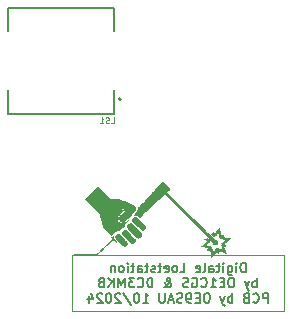
<source format=gbr>
%TF.GenerationSoftware,KiCad,Pcbnew,8.0.1*%
%TF.CreationDate,2024-10-14T21:16:12+02:00*%
%TF.ProjectId,SMD-Loetstation,534d442d-4c6f-4657-9473-746174696f6e,rev?*%
%TF.SameCoordinates,Original*%
%TF.FileFunction,Legend,Bot*%
%TF.FilePolarity,Positive*%
%FSLAX46Y46*%
G04 Gerber Fmt 4.6, Leading zero omitted, Abs format (unit mm)*
G04 Created by KiCad (PCBNEW 8.0.1) date 2024-10-14 21:16:12*
%MOMM*%
%LPD*%
G01*
G04 APERTURE LIST*
%ADD10C,0.200000*%
%ADD11C,0.100000*%
%ADD12C,0.125000*%
%ADD13C,0.000000*%
%ADD14C,0.127000*%
G04 APERTURE END LIST*
D10*
X147687586Y-107758695D02*
X147687586Y-106958695D01*
X147687586Y-106958695D02*
X147497110Y-106958695D01*
X147497110Y-106958695D02*
X147382824Y-106996790D01*
X147382824Y-106996790D02*
X147306634Y-107072980D01*
X147306634Y-107072980D02*
X147268539Y-107149171D01*
X147268539Y-107149171D02*
X147230443Y-107301552D01*
X147230443Y-107301552D02*
X147230443Y-107415838D01*
X147230443Y-107415838D02*
X147268539Y-107568219D01*
X147268539Y-107568219D02*
X147306634Y-107644409D01*
X147306634Y-107644409D02*
X147382824Y-107720600D01*
X147382824Y-107720600D02*
X147497110Y-107758695D01*
X147497110Y-107758695D02*
X147687586Y-107758695D01*
X146887586Y-107758695D02*
X146887586Y-107225361D01*
X146887586Y-106958695D02*
X146925682Y-106996790D01*
X146925682Y-106996790D02*
X146887586Y-107034885D01*
X146887586Y-107034885D02*
X146849491Y-106996790D01*
X146849491Y-106996790D02*
X146887586Y-106958695D01*
X146887586Y-106958695D02*
X146887586Y-107034885D01*
X146163777Y-107225361D02*
X146163777Y-107872980D01*
X146163777Y-107872980D02*
X146201872Y-107949171D01*
X146201872Y-107949171D02*
X146239968Y-107987266D01*
X146239968Y-107987266D02*
X146316158Y-108025361D01*
X146316158Y-108025361D02*
X146430444Y-108025361D01*
X146430444Y-108025361D02*
X146506634Y-107987266D01*
X146163777Y-107720600D02*
X146239968Y-107758695D01*
X146239968Y-107758695D02*
X146392349Y-107758695D01*
X146392349Y-107758695D02*
X146468539Y-107720600D01*
X146468539Y-107720600D02*
X146506634Y-107682504D01*
X146506634Y-107682504D02*
X146544730Y-107606314D01*
X146544730Y-107606314D02*
X146544730Y-107377742D01*
X146544730Y-107377742D02*
X146506634Y-107301552D01*
X146506634Y-107301552D02*
X146468539Y-107263457D01*
X146468539Y-107263457D02*
X146392349Y-107225361D01*
X146392349Y-107225361D02*
X146239968Y-107225361D01*
X146239968Y-107225361D02*
X146163777Y-107263457D01*
X145782824Y-107758695D02*
X145782824Y-107225361D01*
X145782824Y-106958695D02*
X145820920Y-106996790D01*
X145820920Y-106996790D02*
X145782824Y-107034885D01*
X145782824Y-107034885D02*
X145744729Y-106996790D01*
X145744729Y-106996790D02*
X145782824Y-106958695D01*
X145782824Y-106958695D02*
X145782824Y-107034885D01*
X145516158Y-107225361D02*
X145211396Y-107225361D01*
X145401872Y-106958695D02*
X145401872Y-107644409D01*
X145401872Y-107644409D02*
X145363777Y-107720600D01*
X145363777Y-107720600D02*
X145287587Y-107758695D01*
X145287587Y-107758695D02*
X145211396Y-107758695D01*
X144601872Y-107758695D02*
X144601872Y-107339647D01*
X144601872Y-107339647D02*
X144639967Y-107263457D01*
X144639967Y-107263457D02*
X144716158Y-107225361D01*
X144716158Y-107225361D02*
X144868539Y-107225361D01*
X144868539Y-107225361D02*
X144944729Y-107263457D01*
X144601872Y-107720600D02*
X144678063Y-107758695D01*
X144678063Y-107758695D02*
X144868539Y-107758695D01*
X144868539Y-107758695D02*
X144944729Y-107720600D01*
X144944729Y-107720600D02*
X144982825Y-107644409D01*
X144982825Y-107644409D02*
X144982825Y-107568219D01*
X144982825Y-107568219D02*
X144944729Y-107492028D01*
X144944729Y-107492028D02*
X144868539Y-107453933D01*
X144868539Y-107453933D02*
X144678063Y-107453933D01*
X144678063Y-107453933D02*
X144601872Y-107415838D01*
X144106634Y-107758695D02*
X144182824Y-107720600D01*
X144182824Y-107720600D02*
X144220919Y-107644409D01*
X144220919Y-107644409D02*
X144220919Y-106958695D01*
X143497109Y-107720600D02*
X143573300Y-107758695D01*
X143573300Y-107758695D02*
X143725681Y-107758695D01*
X143725681Y-107758695D02*
X143801871Y-107720600D01*
X143801871Y-107720600D02*
X143839967Y-107644409D01*
X143839967Y-107644409D02*
X143839967Y-107339647D01*
X143839967Y-107339647D02*
X143801871Y-107263457D01*
X143801871Y-107263457D02*
X143725681Y-107225361D01*
X143725681Y-107225361D02*
X143573300Y-107225361D01*
X143573300Y-107225361D02*
X143497109Y-107263457D01*
X143497109Y-107263457D02*
X143459014Y-107339647D01*
X143459014Y-107339647D02*
X143459014Y-107415838D01*
X143459014Y-107415838D02*
X143839967Y-107492028D01*
X142125681Y-107758695D02*
X142506633Y-107758695D01*
X142506633Y-107758695D02*
X142506633Y-106958695D01*
X141744729Y-107758695D02*
X141820919Y-107720600D01*
X141820919Y-107720600D02*
X141859014Y-107682504D01*
X141859014Y-107682504D02*
X141897110Y-107606314D01*
X141897110Y-107606314D02*
X141897110Y-107377742D01*
X141897110Y-107377742D02*
X141859014Y-107301552D01*
X141859014Y-107301552D02*
X141820919Y-107263457D01*
X141820919Y-107263457D02*
X141744729Y-107225361D01*
X141744729Y-107225361D02*
X141630443Y-107225361D01*
X141630443Y-107225361D02*
X141554252Y-107263457D01*
X141554252Y-107263457D02*
X141516157Y-107301552D01*
X141516157Y-107301552D02*
X141478062Y-107377742D01*
X141478062Y-107377742D02*
X141478062Y-107606314D01*
X141478062Y-107606314D02*
X141516157Y-107682504D01*
X141516157Y-107682504D02*
X141554252Y-107720600D01*
X141554252Y-107720600D02*
X141630443Y-107758695D01*
X141630443Y-107758695D02*
X141744729Y-107758695D01*
X140830442Y-107720600D02*
X140906633Y-107758695D01*
X140906633Y-107758695D02*
X141059014Y-107758695D01*
X141059014Y-107758695D02*
X141135204Y-107720600D01*
X141135204Y-107720600D02*
X141173300Y-107644409D01*
X141173300Y-107644409D02*
X141173300Y-107339647D01*
X141173300Y-107339647D02*
X141135204Y-107263457D01*
X141135204Y-107263457D02*
X141059014Y-107225361D01*
X141059014Y-107225361D02*
X140906633Y-107225361D01*
X140906633Y-107225361D02*
X140830442Y-107263457D01*
X140830442Y-107263457D02*
X140792347Y-107339647D01*
X140792347Y-107339647D02*
X140792347Y-107415838D01*
X140792347Y-107415838D02*
X141173300Y-107492028D01*
X140563776Y-107225361D02*
X140259014Y-107225361D01*
X140449490Y-106958695D02*
X140449490Y-107644409D01*
X140449490Y-107644409D02*
X140411395Y-107720600D01*
X140411395Y-107720600D02*
X140335205Y-107758695D01*
X140335205Y-107758695D02*
X140259014Y-107758695D01*
X140030443Y-107720600D02*
X139954252Y-107758695D01*
X139954252Y-107758695D02*
X139801871Y-107758695D01*
X139801871Y-107758695D02*
X139725681Y-107720600D01*
X139725681Y-107720600D02*
X139687585Y-107644409D01*
X139687585Y-107644409D02*
X139687585Y-107606314D01*
X139687585Y-107606314D02*
X139725681Y-107530123D01*
X139725681Y-107530123D02*
X139801871Y-107492028D01*
X139801871Y-107492028D02*
X139916157Y-107492028D01*
X139916157Y-107492028D02*
X139992347Y-107453933D01*
X139992347Y-107453933D02*
X140030443Y-107377742D01*
X140030443Y-107377742D02*
X140030443Y-107339647D01*
X140030443Y-107339647D02*
X139992347Y-107263457D01*
X139992347Y-107263457D02*
X139916157Y-107225361D01*
X139916157Y-107225361D02*
X139801871Y-107225361D01*
X139801871Y-107225361D02*
X139725681Y-107263457D01*
X139459014Y-107225361D02*
X139154252Y-107225361D01*
X139344728Y-106958695D02*
X139344728Y-107644409D01*
X139344728Y-107644409D02*
X139306633Y-107720600D01*
X139306633Y-107720600D02*
X139230443Y-107758695D01*
X139230443Y-107758695D02*
X139154252Y-107758695D01*
X138544728Y-107758695D02*
X138544728Y-107339647D01*
X138544728Y-107339647D02*
X138582823Y-107263457D01*
X138582823Y-107263457D02*
X138659014Y-107225361D01*
X138659014Y-107225361D02*
X138811395Y-107225361D01*
X138811395Y-107225361D02*
X138887585Y-107263457D01*
X138544728Y-107720600D02*
X138620919Y-107758695D01*
X138620919Y-107758695D02*
X138811395Y-107758695D01*
X138811395Y-107758695D02*
X138887585Y-107720600D01*
X138887585Y-107720600D02*
X138925681Y-107644409D01*
X138925681Y-107644409D02*
X138925681Y-107568219D01*
X138925681Y-107568219D02*
X138887585Y-107492028D01*
X138887585Y-107492028D02*
X138811395Y-107453933D01*
X138811395Y-107453933D02*
X138620919Y-107453933D01*
X138620919Y-107453933D02*
X138544728Y-107415838D01*
X138278061Y-107225361D02*
X137973299Y-107225361D01*
X138163775Y-106958695D02*
X138163775Y-107644409D01*
X138163775Y-107644409D02*
X138125680Y-107720600D01*
X138125680Y-107720600D02*
X138049490Y-107758695D01*
X138049490Y-107758695D02*
X137973299Y-107758695D01*
X137706632Y-107758695D02*
X137706632Y-107225361D01*
X137706632Y-106958695D02*
X137744728Y-106996790D01*
X137744728Y-106996790D02*
X137706632Y-107034885D01*
X137706632Y-107034885D02*
X137668537Y-106996790D01*
X137668537Y-106996790D02*
X137706632Y-106958695D01*
X137706632Y-106958695D02*
X137706632Y-107034885D01*
X137211395Y-107758695D02*
X137287585Y-107720600D01*
X137287585Y-107720600D02*
X137325680Y-107682504D01*
X137325680Y-107682504D02*
X137363776Y-107606314D01*
X137363776Y-107606314D02*
X137363776Y-107377742D01*
X137363776Y-107377742D02*
X137325680Y-107301552D01*
X137325680Y-107301552D02*
X137287585Y-107263457D01*
X137287585Y-107263457D02*
X137211395Y-107225361D01*
X137211395Y-107225361D02*
X137097109Y-107225361D01*
X137097109Y-107225361D02*
X137020918Y-107263457D01*
X137020918Y-107263457D02*
X136982823Y-107301552D01*
X136982823Y-107301552D02*
X136944728Y-107377742D01*
X136944728Y-107377742D02*
X136944728Y-107606314D01*
X136944728Y-107606314D02*
X136982823Y-107682504D01*
X136982823Y-107682504D02*
X137020918Y-107720600D01*
X137020918Y-107720600D02*
X137097109Y-107758695D01*
X137097109Y-107758695D02*
X137211395Y-107758695D01*
X136601870Y-107225361D02*
X136601870Y-107758695D01*
X136601870Y-107301552D02*
X136563775Y-107263457D01*
X136563775Y-107263457D02*
X136487585Y-107225361D01*
X136487585Y-107225361D02*
X136373299Y-107225361D01*
X136373299Y-107225361D02*
X136297108Y-107263457D01*
X136297108Y-107263457D02*
X136259013Y-107339647D01*
X136259013Y-107339647D02*
X136259013Y-107758695D01*
X148639967Y-109046650D02*
X148639967Y-108246650D01*
X148639967Y-108551412D02*
X148563777Y-108513316D01*
X148563777Y-108513316D02*
X148411396Y-108513316D01*
X148411396Y-108513316D02*
X148335205Y-108551412D01*
X148335205Y-108551412D02*
X148297110Y-108589507D01*
X148297110Y-108589507D02*
X148259015Y-108665697D01*
X148259015Y-108665697D02*
X148259015Y-108894269D01*
X148259015Y-108894269D02*
X148297110Y-108970459D01*
X148297110Y-108970459D02*
X148335205Y-109008555D01*
X148335205Y-109008555D02*
X148411396Y-109046650D01*
X148411396Y-109046650D02*
X148563777Y-109046650D01*
X148563777Y-109046650D02*
X148639967Y-109008555D01*
X147992348Y-108513316D02*
X147801872Y-109046650D01*
X147611395Y-108513316D02*
X147801872Y-109046650D01*
X147801872Y-109046650D02*
X147878062Y-109237126D01*
X147878062Y-109237126D02*
X147916157Y-109275221D01*
X147916157Y-109275221D02*
X147992348Y-109313316D01*
X146544728Y-108246650D02*
X146392347Y-108246650D01*
X146392347Y-108246650D02*
X146316157Y-108284745D01*
X146316157Y-108284745D02*
X146239966Y-108360935D01*
X146239966Y-108360935D02*
X146201871Y-108513316D01*
X146201871Y-108513316D02*
X146201871Y-108779983D01*
X146201871Y-108779983D02*
X146239966Y-108932364D01*
X146239966Y-108932364D02*
X146316157Y-109008555D01*
X146316157Y-109008555D02*
X146392347Y-109046650D01*
X146392347Y-109046650D02*
X146544728Y-109046650D01*
X146544728Y-109046650D02*
X146620919Y-109008555D01*
X146620919Y-109008555D02*
X146697109Y-108932364D01*
X146697109Y-108932364D02*
X146735205Y-108779983D01*
X146735205Y-108779983D02*
X146735205Y-108513316D01*
X146735205Y-108513316D02*
X146697109Y-108360935D01*
X146697109Y-108360935D02*
X146620919Y-108284745D01*
X146620919Y-108284745D02*
X146544728Y-108246650D01*
X145859014Y-108627602D02*
X145592348Y-108627602D01*
X145478062Y-109046650D02*
X145859014Y-109046650D01*
X145859014Y-109046650D02*
X145859014Y-108246650D01*
X145859014Y-108246650D02*
X145478062Y-108246650D01*
X144716157Y-109046650D02*
X145173300Y-109046650D01*
X144944728Y-109046650D02*
X144944728Y-108246650D01*
X144944728Y-108246650D02*
X145020919Y-108360935D01*
X145020919Y-108360935D02*
X145097109Y-108437126D01*
X145097109Y-108437126D02*
X145173300Y-108475221D01*
X143916156Y-108970459D02*
X143954252Y-109008555D01*
X143954252Y-109008555D02*
X144068537Y-109046650D01*
X144068537Y-109046650D02*
X144144728Y-109046650D01*
X144144728Y-109046650D02*
X144259014Y-109008555D01*
X144259014Y-109008555D02*
X144335204Y-108932364D01*
X144335204Y-108932364D02*
X144373299Y-108856174D01*
X144373299Y-108856174D02*
X144411395Y-108703793D01*
X144411395Y-108703793D02*
X144411395Y-108589507D01*
X144411395Y-108589507D02*
X144373299Y-108437126D01*
X144373299Y-108437126D02*
X144335204Y-108360935D01*
X144335204Y-108360935D02*
X144259014Y-108284745D01*
X144259014Y-108284745D02*
X144144728Y-108246650D01*
X144144728Y-108246650D02*
X144068537Y-108246650D01*
X144068537Y-108246650D02*
X143954252Y-108284745D01*
X143954252Y-108284745D02*
X143916156Y-108322840D01*
X143154252Y-108284745D02*
X143230442Y-108246650D01*
X143230442Y-108246650D02*
X143344728Y-108246650D01*
X143344728Y-108246650D02*
X143459014Y-108284745D01*
X143459014Y-108284745D02*
X143535204Y-108360935D01*
X143535204Y-108360935D02*
X143573299Y-108437126D01*
X143573299Y-108437126D02*
X143611395Y-108589507D01*
X143611395Y-108589507D02*
X143611395Y-108703793D01*
X143611395Y-108703793D02*
X143573299Y-108856174D01*
X143573299Y-108856174D02*
X143535204Y-108932364D01*
X143535204Y-108932364D02*
X143459014Y-109008555D01*
X143459014Y-109008555D02*
X143344728Y-109046650D01*
X143344728Y-109046650D02*
X143268537Y-109046650D01*
X143268537Y-109046650D02*
X143154252Y-109008555D01*
X143154252Y-109008555D02*
X143116156Y-108970459D01*
X143116156Y-108970459D02*
X143116156Y-108703793D01*
X143116156Y-108703793D02*
X143268537Y-108703793D01*
X142811395Y-109008555D02*
X142697109Y-109046650D01*
X142697109Y-109046650D02*
X142506633Y-109046650D01*
X142506633Y-109046650D02*
X142430442Y-109008555D01*
X142430442Y-109008555D02*
X142392347Y-108970459D01*
X142392347Y-108970459D02*
X142354252Y-108894269D01*
X142354252Y-108894269D02*
X142354252Y-108818078D01*
X142354252Y-108818078D02*
X142392347Y-108741888D01*
X142392347Y-108741888D02*
X142430442Y-108703793D01*
X142430442Y-108703793D02*
X142506633Y-108665697D01*
X142506633Y-108665697D02*
X142659014Y-108627602D01*
X142659014Y-108627602D02*
X142735204Y-108589507D01*
X142735204Y-108589507D02*
X142773299Y-108551412D01*
X142773299Y-108551412D02*
X142811395Y-108475221D01*
X142811395Y-108475221D02*
X142811395Y-108399031D01*
X142811395Y-108399031D02*
X142773299Y-108322840D01*
X142773299Y-108322840D02*
X142735204Y-108284745D01*
X142735204Y-108284745D02*
X142659014Y-108246650D01*
X142659014Y-108246650D02*
X142468537Y-108246650D01*
X142468537Y-108246650D02*
X142354252Y-108284745D01*
X140754251Y-109046650D02*
X140792347Y-109046650D01*
X140792347Y-109046650D02*
X140868537Y-109008555D01*
X140868537Y-109008555D02*
X140982823Y-108894269D01*
X140982823Y-108894269D02*
X141173299Y-108665697D01*
X141173299Y-108665697D02*
X141249489Y-108551412D01*
X141249489Y-108551412D02*
X141287585Y-108437126D01*
X141287585Y-108437126D02*
X141287585Y-108360935D01*
X141287585Y-108360935D02*
X141249489Y-108284745D01*
X141249489Y-108284745D02*
X141173299Y-108246650D01*
X141173299Y-108246650D02*
X141135204Y-108246650D01*
X141135204Y-108246650D02*
X141059013Y-108284745D01*
X141059013Y-108284745D02*
X141020918Y-108360935D01*
X141020918Y-108360935D02*
X141020918Y-108399031D01*
X141020918Y-108399031D02*
X141059013Y-108475221D01*
X141059013Y-108475221D02*
X141097108Y-108513316D01*
X141097108Y-108513316D02*
X141325680Y-108665697D01*
X141325680Y-108665697D02*
X141363775Y-108703793D01*
X141363775Y-108703793D02*
X141401870Y-108779983D01*
X141401870Y-108779983D02*
X141401870Y-108894269D01*
X141401870Y-108894269D02*
X141363775Y-108970459D01*
X141363775Y-108970459D02*
X141325680Y-109008555D01*
X141325680Y-109008555D02*
X141249489Y-109046650D01*
X141249489Y-109046650D02*
X141135204Y-109046650D01*
X141135204Y-109046650D02*
X141059013Y-109008555D01*
X141059013Y-109008555D02*
X141020918Y-108970459D01*
X141020918Y-108970459D02*
X140906632Y-108818078D01*
X140906632Y-108818078D02*
X140868537Y-108703793D01*
X140868537Y-108703793D02*
X140868537Y-108627602D01*
X139801870Y-109046650D02*
X139801870Y-108246650D01*
X139801870Y-108246650D02*
X139611394Y-108246650D01*
X139611394Y-108246650D02*
X139497108Y-108284745D01*
X139497108Y-108284745D02*
X139420918Y-108360935D01*
X139420918Y-108360935D02*
X139382823Y-108437126D01*
X139382823Y-108437126D02*
X139344727Y-108589507D01*
X139344727Y-108589507D02*
X139344727Y-108703793D01*
X139344727Y-108703793D02*
X139382823Y-108856174D01*
X139382823Y-108856174D02*
X139420918Y-108932364D01*
X139420918Y-108932364D02*
X139497108Y-109008555D01*
X139497108Y-109008555D02*
X139611394Y-109046650D01*
X139611394Y-109046650D02*
X139801870Y-109046650D01*
X138544727Y-108970459D02*
X138582823Y-109008555D01*
X138582823Y-109008555D02*
X138697108Y-109046650D01*
X138697108Y-109046650D02*
X138773299Y-109046650D01*
X138773299Y-109046650D02*
X138887585Y-109008555D01*
X138887585Y-109008555D02*
X138963775Y-108932364D01*
X138963775Y-108932364D02*
X139001870Y-108856174D01*
X139001870Y-108856174D02*
X139039966Y-108703793D01*
X139039966Y-108703793D02*
X139039966Y-108589507D01*
X139039966Y-108589507D02*
X139001870Y-108437126D01*
X139001870Y-108437126D02*
X138963775Y-108360935D01*
X138963775Y-108360935D02*
X138887585Y-108284745D01*
X138887585Y-108284745D02*
X138773299Y-108246650D01*
X138773299Y-108246650D02*
X138697108Y-108246650D01*
X138697108Y-108246650D02*
X138582823Y-108284745D01*
X138582823Y-108284745D02*
X138544727Y-108322840D01*
X138278061Y-108246650D02*
X137782823Y-108246650D01*
X137782823Y-108246650D02*
X138049489Y-108551412D01*
X138049489Y-108551412D02*
X137935204Y-108551412D01*
X137935204Y-108551412D02*
X137859013Y-108589507D01*
X137859013Y-108589507D02*
X137820918Y-108627602D01*
X137820918Y-108627602D02*
X137782823Y-108703793D01*
X137782823Y-108703793D02*
X137782823Y-108894269D01*
X137782823Y-108894269D02*
X137820918Y-108970459D01*
X137820918Y-108970459D02*
X137859013Y-109008555D01*
X137859013Y-109008555D02*
X137935204Y-109046650D01*
X137935204Y-109046650D02*
X138163775Y-109046650D01*
X138163775Y-109046650D02*
X138239966Y-109008555D01*
X138239966Y-109008555D02*
X138278061Y-108970459D01*
X137439965Y-109046650D02*
X137439965Y-108246650D01*
X137439965Y-108246650D02*
X137173299Y-108818078D01*
X137173299Y-108818078D02*
X136906632Y-108246650D01*
X136906632Y-108246650D02*
X136906632Y-109046650D01*
X136525679Y-109046650D02*
X136525679Y-108246650D01*
X136068536Y-109046650D02*
X136411394Y-108589507D01*
X136068536Y-108246650D02*
X136525679Y-108703793D01*
X135459013Y-108627602D02*
X135344727Y-108665697D01*
X135344727Y-108665697D02*
X135306632Y-108703793D01*
X135306632Y-108703793D02*
X135268536Y-108779983D01*
X135268536Y-108779983D02*
X135268536Y-108894269D01*
X135268536Y-108894269D02*
X135306632Y-108970459D01*
X135306632Y-108970459D02*
X135344727Y-109008555D01*
X135344727Y-109008555D02*
X135420917Y-109046650D01*
X135420917Y-109046650D02*
X135725679Y-109046650D01*
X135725679Y-109046650D02*
X135725679Y-108246650D01*
X135725679Y-108246650D02*
X135459013Y-108246650D01*
X135459013Y-108246650D02*
X135382822Y-108284745D01*
X135382822Y-108284745D02*
X135344727Y-108322840D01*
X135344727Y-108322840D02*
X135306632Y-108399031D01*
X135306632Y-108399031D02*
X135306632Y-108475221D01*
X135306632Y-108475221D02*
X135344727Y-108551412D01*
X135344727Y-108551412D02*
X135382822Y-108589507D01*
X135382822Y-108589507D02*
X135459013Y-108627602D01*
X135459013Y-108627602D02*
X135725679Y-108627602D01*
X149573300Y-110334605D02*
X149573300Y-109534605D01*
X149573300Y-109534605D02*
X149268538Y-109534605D01*
X149268538Y-109534605D02*
X149192348Y-109572700D01*
X149192348Y-109572700D02*
X149154253Y-109610795D01*
X149154253Y-109610795D02*
X149116157Y-109686986D01*
X149116157Y-109686986D02*
X149116157Y-109801271D01*
X149116157Y-109801271D02*
X149154253Y-109877462D01*
X149154253Y-109877462D02*
X149192348Y-109915557D01*
X149192348Y-109915557D02*
X149268538Y-109953652D01*
X149268538Y-109953652D02*
X149573300Y-109953652D01*
X148316157Y-110258414D02*
X148354253Y-110296510D01*
X148354253Y-110296510D02*
X148468538Y-110334605D01*
X148468538Y-110334605D02*
X148544729Y-110334605D01*
X148544729Y-110334605D02*
X148659015Y-110296510D01*
X148659015Y-110296510D02*
X148735205Y-110220319D01*
X148735205Y-110220319D02*
X148773300Y-110144129D01*
X148773300Y-110144129D02*
X148811396Y-109991748D01*
X148811396Y-109991748D02*
X148811396Y-109877462D01*
X148811396Y-109877462D02*
X148773300Y-109725081D01*
X148773300Y-109725081D02*
X148735205Y-109648890D01*
X148735205Y-109648890D02*
X148659015Y-109572700D01*
X148659015Y-109572700D02*
X148544729Y-109534605D01*
X148544729Y-109534605D02*
X148468538Y-109534605D01*
X148468538Y-109534605D02*
X148354253Y-109572700D01*
X148354253Y-109572700D02*
X148316157Y-109610795D01*
X147706634Y-109915557D02*
X147592348Y-109953652D01*
X147592348Y-109953652D02*
X147554253Y-109991748D01*
X147554253Y-109991748D02*
X147516157Y-110067938D01*
X147516157Y-110067938D02*
X147516157Y-110182224D01*
X147516157Y-110182224D02*
X147554253Y-110258414D01*
X147554253Y-110258414D02*
X147592348Y-110296510D01*
X147592348Y-110296510D02*
X147668538Y-110334605D01*
X147668538Y-110334605D02*
X147973300Y-110334605D01*
X147973300Y-110334605D02*
X147973300Y-109534605D01*
X147973300Y-109534605D02*
X147706634Y-109534605D01*
X147706634Y-109534605D02*
X147630443Y-109572700D01*
X147630443Y-109572700D02*
X147592348Y-109610795D01*
X147592348Y-109610795D02*
X147554253Y-109686986D01*
X147554253Y-109686986D02*
X147554253Y-109763176D01*
X147554253Y-109763176D02*
X147592348Y-109839367D01*
X147592348Y-109839367D02*
X147630443Y-109877462D01*
X147630443Y-109877462D02*
X147706634Y-109915557D01*
X147706634Y-109915557D02*
X147973300Y-109915557D01*
X146563776Y-110334605D02*
X146563776Y-109534605D01*
X146563776Y-109839367D02*
X146487586Y-109801271D01*
X146487586Y-109801271D02*
X146335205Y-109801271D01*
X146335205Y-109801271D02*
X146259014Y-109839367D01*
X146259014Y-109839367D02*
X146220919Y-109877462D01*
X146220919Y-109877462D02*
X146182824Y-109953652D01*
X146182824Y-109953652D02*
X146182824Y-110182224D01*
X146182824Y-110182224D02*
X146220919Y-110258414D01*
X146220919Y-110258414D02*
X146259014Y-110296510D01*
X146259014Y-110296510D02*
X146335205Y-110334605D01*
X146335205Y-110334605D02*
X146487586Y-110334605D01*
X146487586Y-110334605D02*
X146563776Y-110296510D01*
X145916157Y-109801271D02*
X145725681Y-110334605D01*
X145535204Y-109801271D02*
X145725681Y-110334605D01*
X145725681Y-110334605D02*
X145801871Y-110525081D01*
X145801871Y-110525081D02*
X145839966Y-110563176D01*
X145839966Y-110563176D02*
X145916157Y-110601271D01*
X144468537Y-109534605D02*
X144316156Y-109534605D01*
X144316156Y-109534605D02*
X144239966Y-109572700D01*
X144239966Y-109572700D02*
X144163775Y-109648890D01*
X144163775Y-109648890D02*
X144125680Y-109801271D01*
X144125680Y-109801271D02*
X144125680Y-110067938D01*
X144125680Y-110067938D02*
X144163775Y-110220319D01*
X144163775Y-110220319D02*
X144239966Y-110296510D01*
X144239966Y-110296510D02*
X144316156Y-110334605D01*
X144316156Y-110334605D02*
X144468537Y-110334605D01*
X144468537Y-110334605D02*
X144544728Y-110296510D01*
X144544728Y-110296510D02*
X144620918Y-110220319D01*
X144620918Y-110220319D02*
X144659014Y-110067938D01*
X144659014Y-110067938D02*
X144659014Y-109801271D01*
X144659014Y-109801271D02*
X144620918Y-109648890D01*
X144620918Y-109648890D02*
X144544728Y-109572700D01*
X144544728Y-109572700D02*
X144468537Y-109534605D01*
X143782823Y-109915557D02*
X143516157Y-109915557D01*
X143401871Y-110334605D02*
X143782823Y-110334605D01*
X143782823Y-110334605D02*
X143782823Y-109534605D01*
X143782823Y-109534605D02*
X143401871Y-109534605D01*
X143020918Y-110334605D02*
X142868537Y-110334605D01*
X142868537Y-110334605D02*
X142792347Y-110296510D01*
X142792347Y-110296510D02*
X142754251Y-110258414D01*
X142754251Y-110258414D02*
X142678061Y-110144129D01*
X142678061Y-110144129D02*
X142639966Y-109991748D01*
X142639966Y-109991748D02*
X142639966Y-109686986D01*
X142639966Y-109686986D02*
X142678061Y-109610795D01*
X142678061Y-109610795D02*
X142716156Y-109572700D01*
X142716156Y-109572700D02*
X142792347Y-109534605D01*
X142792347Y-109534605D02*
X142944728Y-109534605D01*
X142944728Y-109534605D02*
X143020918Y-109572700D01*
X143020918Y-109572700D02*
X143059013Y-109610795D01*
X143059013Y-109610795D02*
X143097109Y-109686986D01*
X143097109Y-109686986D02*
X143097109Y-109877462D01*
X143097109Y-109877462D02*
X143059013Y-109953652D01*
X143059013Y-109953652D02*
X143020918Y-109991748D01*
X143020918Y-109991748D02*
X142944728Y-110029843D01*
X142944728Y-110029843D02*
X142792347Y-110029843D01*
X142792347Y-110029843D02*
X142716156Y-109991748D01*
X142716156Y-109991748D02*
X142678061Y-109953652D01*
X142678061Y-109953652D02*
X142639966Y-109877462D01*
X142335204Y-110296510D02*
X142220918Y-110334605D01*
X142220918Y-110334605D02*
X142030442Y-110334605D01*
X142030442Y-110334605D02*
X141954251Y-110296510D01*
X141954251Y-110296510D02*
X141916156Y-110258414D01*
X141916156Y-110258414D02*
X141878061Y-110182224D01*
X141878061Y-110182224D02*
X141878061Y-110106033D01*
X141878061Y-110106033D02*
X141916156Y-110029843D01*
X141916156Y-110029843D02*
X141954251Y-109991748D01*
X141954251Y-109991748D02*
X142030442Y-109953652D01*
X142030442Y-109953652D02*
X142182823Y-109915557D01*
X142182823Y-109915557D02*
X142259013Y-109877462D01*
X142259013Y-109877462D02*
X142297108Y-109839367D01*
X142297108Y-109839367D02*
X142335204Y-109763176D01*
X142335204Y-109763176D02*
X142335204Y-109686986D01*
X142335204Y-109686986D02*
X142297108Y-109610795D01*
X142297108Y-109610795D02*
X142259013Y-109572700D01*
X142259013Y-109572700D02*
X142182823Y-109534605D01*
X142182823Y-109534605D02*
X141992346Y-109534605D01*
X141992346Y-109534605D02*
X141878061Y-109572700D01*
X141573299Y-110106033D02*
X141192346Y-110106033D01*
X141649489Y-110334605D02*
X141382822Y-109534605D01*
X141382822Y-109534605D02*
X141116156Y-110334605D01*
X140849489Y-109534605D02*
X140849489Y-110182224D01*
X140849489Y-110182224D02*
X140811394Y-110258414D01*
X140811394Y-110258414D02*
X140773299Y-110296510D01*
X140773299Y-110296510D02*
X140697108Y-110334605D01*
X140697108Y-110334605D02*
X140544727Y-110334605D01*
X140544727Y-110334605D02*
X140468537Y-110296510D01*
X140468537Y-110296510D02*
X140430442Y-110258414D01*
X140430442Y-110258414D02*
X140392346Y-110182224D01*
X140392346Y-110182224D02*
X140392346Y-109534605D01*
X138982823Y-110334605D02*
X139439966Y-110334605D01*
X139211394Y-110334605D02*
X139211394Y-109534605D01*
X139211394Y-109534605D02*
X139287585Y-109648890D01*
X139287585Y-109648890D02*
X139363775Y-109725081D01*
X139363775Y-109725081D02*
X139439966Y-109763176D01*
X138487584Y-109534605D02*
X138411394Y-109534605D01*
X138411394Y-109534605D02*
X138335203Y-109572700D01*
X138335203Y-109572700D02*
X138297108Y-109610795D01*
X138297108Y-109610795D02*
X138259013Y-109686986D01*
X138259013Y-109686986D02*
X138220918Y-109839367D01*
X138220918Y-109839367D02*
X138220918Y-110029843D01*
X138220918Y-110029843D02*
X138259013Y-110182224D01*
X138259013Y-110182224D02*
X138297108Y-110258414D01*
X138297108Y-110258414D02*
X138335203Y-110296510D01*
X138335203Y-110296510D02*
X138411394Y-110334605D01*
X138411394Y-110334605D02*
X138487584Y-110334605D01*
X138487584Y-110334605D02*
X138563775Y-110296510D01*
X138563775Y-110296510D02*
X138601870Y-110258414D01*
X138601870Y-110258414D02*
X138639965Y-110182224D01*
X138639965Y-110182224D02*
X138678061Y-110029843D01*
X138678061Y-110029843D02*
X138678061Y-109839367D01*
X138678061Y-109839367D02*
X138639965Y-109686986D01*
X138639965Y-109686986D02*
X138601870Y-109610795D01*
X138601870Y-109610795D02*
X138563775Y-109572700D01*
X138563775Y-109572700D02*
X138487584Y-109534605D01*
X137306632Y-109496510D02*
X137992346Y-110525081D01*
X137078061Y-109610795D02*
X137039965Y-109572700D01*
X137039965Y-109572700D02*
X136963775Y-109534605D01*
X136963775Y-109534605D02*
X136773299Y-109534605D01*
X136773299Y-109534605D02*
X136697108Y-109572700D01*
X136697108Y-109572700D02*
X136659013Y-109610795D01*
X136659013Y-109610795D02*
X136620918Y-109686986D01*
X136620918Y-109686986D02*
X136620918Y-109763176D01*
X136620918Y-109763176D02*
X136659013Y-109877462D01*
X136659013Y-109877462D02*
X137116156Y-110334605D01*
X137116156Y-110334605D02*
X136620918Y-110334605D01*
X136125679Y-109534605D02*
X136049489Y-109534605D01*
X136049489Y-109534605D02*
X135973298Y-109572700D01*
X135973298Y-109572700D02*
X135935203Y-109610795D01*
X135935203Y-109610795D02*
X135897108Y-109686986D01*
X135897108Y-109686986D02*
X135859013Y-109839367D01*
X135859013Y-109839367D02*
X135859013Y-110029843D01*
X135859013Y-110029843D02*
X135897108Y-110182224D01*
X135897108Y-110182224D02*
X135935203Y-110258414D01*
X135935203Y-110258414D02*
X135973298Y-110296510D01*
X135973298Y-110296510D02*
X136049489Y-110334605D01*
X136049489Y-110334605D02*
X136125679Y-110334605D01*
X136125679Y-110334605D02*
X136201870Y-110296510D01*
X136201870Y-110296510D02*
X136239965Y-110258414D01*
X136239965Y-110258414D02*
X136278060Y-110182224D01*
X136278060Y-110182224D02*
X136316156Y-110029843D01*
X136316156Y-110029843D02*
X136316156Y-109839367D01*
X136316156Y-109839367D02*
X136278060Y-109686986D01*
X136278060Y-109686986D02*
X136239965Y-109610795D01*
X136239965Y-109610795D02*
X136201870Y-109572700D01*
X136201870Y-109572700D02*
X136125679Y-109534605D01*
X135554251Y-109610795D02*
X135516155Y-109572700D01*
X135516155Y-109572700D02*
X135439965Y-109534605D01*
X135439965Y-109534605D02*
X135249489Y-109534605D01*
X135249489Y-109534605D02*
X135173298Y-109572700D01*
X135173298Y-109572700D02*
X135135203Y-109610795D01*
X135135203Y-109610795D02*
X135097108Y-109686986D01*
X135097108Y-109686986D02*
X135097108Y-109763176D01*
X135097108Y-109763176D02*
X135135203Y-109877462D01*
X135135203Y-109877462D02*
X135592346Y-110334605D01*
X135592346Y-110334605D02*
X135097108Y-110334605D01*
X134411393Y-109801271D02*
X134411393Y-110334605D01*
X134601869Y-109496510D02*
X134792346Y-110067938D01*
X134792346Y-110067938D02*
X134297107Y-110067938D01*
D11*
X133019800Y-106331000D02*
X150926800Y-106331000D01*
X150926800Y-111030000D01*
X133019800Y-111030000D01*
X133019800Y-106331000D01*
D12*
X136263228Y-95151209D02*
X136501323Y-95151209D01*
X136501323Y-95151209D02*
X136501323Y-94651209D01*
X136120370Y-95127400D02*
X136048942Y-95151209D01*
X136048942Y-95151209D02*
X135929894Y-95151209D01*
X135929894Y-95151209D02*
X135882275Y-95127400D01*
X135882275Y-95127400D02*
X135858466Y-95103590D01*
X135858466Y-95103590D02*
X135834656Y-95055971D01*
X135834656Y-95055971D02*
X135834656Y-95008352D01*
X135834656Y-95008352D02*
X135858466Y-94960733D01*
X135858466Y-94960733D02*
X135882275Y-94936923D01*
X135882275Y-94936923D02*
X135929894Y-94913114D01*
X135929894Y-94913114D02*
X136025132Y-94889304D01*
X136025132Y-94889304D02*
X136072751Y-94865495D01*
X136072751Y-94865495D02*
X136096561Y-94841685D01*
X136096561Y-94841685D02*
X136120370Y-94794066D01*
X136120370Y-94794066D02*
X136120370Y-94746447D01*
X136120370Y-94746447D02*
X136096561Y-94698828D01*
X136096561Y-94698828D02*
X136072751Y-94675019D01*
X136072751Y-94675019D02*
X136025132Y-94651209D01*
X136025132Y-94651209D02*
X135906085Y-94651209D01*
X135906085Y-94651209D02*
X135834656Y-94675019D01*
X135358466Y-95151209D02*
X135644180Y-95151209D01*
X135501323Y-95151209D02*
X135501323Y-94651209D01*
X135501323Y-94651209D02*
X135548942Y-94722638D01*
X135548942Y-94722638D02*
X135596561Y-94770257D01*
X135596561Y-94770257D02*
X135644180Y-94794066D01*
D13*
%TO.C,G10*%
G36*
X136948803Y-104521791D02*
G01*
X137016930Y-104563319D01*
X137102948Y-104633627D01*
X137212545Y-104735131D01*
X137351409Y-104870245D01*
X137364546Y-104883161D01*
X137485516Y-105002828D01*
X137575269Y-105093937D01*
X137638398Y-105162127D01*
X137679501Y-105213039D01*
X137703170Y-105252314D01*
X137714002Y-105285592D01*
X137716592Y-105318513D01*
X137714361Y-105353177D01*
X137689729Y-105423683D01*
X137630431Y-105499229D01*
X137586295Y-105542037D01*
X137524868Y-105580105D01*
X137457162Y-105590585D01*
X137456266Y-105590584D01*
X137423892Y-105587512D01*
X137390063Y-105575516D01*
X137349195Y-105550079D01*
X137295706Y-105506681D01*
X137224015Y-105440805D01*
X137128540Y-105347932D01*
X137003697Y-105223544D01*
X136966146Y-105185870D01*
X136838856Y-105056281D01*
X136744552Y-104954404D01*
X136680715Y-104874552D01*
X136644823Y-104811033D01*
X136634354Y-104758160D01*
X136646789Y-104710242D01*
X136679605Y-104661590D01*
X136730282Y-104606515D01*
X136741437Y-104595179D01*
X136794884Y-104545738D01*
X136843468Y-104515416D01*
X136892879Y-104506629D01*
X136948803Y-104521791D01*
G37*
G36*
X137591098Y-104184407D02*
G01*
X137597301Y-104189125D01*
X137636613Y-104224545D01*
X137703436Y-104288115D01*
X137792010Y-104374251D01*
X137896574Y-104477367D01*
X138011366Y-104591878D01*
X138081184Y-104662017D01*
X138190759Y-104773170D01*
X138271323Y-104857521D01*
X138327310Y-104920629D01*
X138363151Y-104968048D01*
X138383278Y-105005338D01*
X138392125Y-105038054D01*
X138394123Y-105071753D01*
X138394011Y-105082974D01*
X138384770Y-105145136D01*
X138353896Y-105200167D01*
X138291816Y-105266269D01*
X138290972Y-105267078D01*
X138192276Y-105340820D01*
X138101645Y-105365645D01*
X138019771Y-105341361D01*
X138005571Y-105330593D01*
X137955434Y-105285971D01*
X137881372Y-105215843D01*
X137790047Y-105126927D01*
X137688123Y-105025937D01*
X137582264Y-104919589D01*
X137479132Y-104814599D01*
X137385392Y-104717683D01*
X137307707Y-104635556D01*
X137252739Y-104574934D01*
X137227154Y-104542533D01*
X137215320Y-104516407D01*
X137208378Y-104437326D01*
X137245940Y-104353825D01*
X137329809Y-104260955D01*
X137344369Y-104247839D01*
X137437569Y-104182002D01*
X137518187Y-104161334D01*
X137591098Y-104184407D01*
G37*
G36*
X138388424Y-103056466D02*
G01*
X138419655Y-103062995D01*
X138454473Y-103079635D01*
X138498120Y-103110691D01*
X138555838Y-103160469D01*
X138632872Y-103233273D01*
X138734463Y-103333409D01*
X138865854Y-103465181D01*
X138948325Y-103548417D01*
X139070083Y-103673468D01*
X139160503Y-103771797D01*
X139222473Y-103848815D01*
X139258885Y-103909935D01*
X139272627Y-103960570D01*
X139266589Y-104006132D01*
X139243660Y-104052033D01*
X139206730Y-104103686D01*
X139194476Y-104118766D01*
X139128898Y-104181455D01*
X139062412Y-104224086D01*
X139060659Y-104224843D01*
X139021410Y-104240228D01*
X138985212Y-104247896D01*
X138947853Y-104244689D01*
X138905123Y-104227451D01*
X138852811Y-104193025D01*
X138786706Y-104138252D01*
X138702597Y-104059977D01*
X138596274Y-103955042D01*
X138463525Y-103820290D01*
X138300139Y-103652564D01*
X138232682Y-103582377D01*
X138146371Y-103486150D01*
X138093345Y-103411469D01*
X138071476Y-103350323D01*
X138078641Y-103294701D01*
X138112713Y-103236593D01*
X138171567Y-103167989D01*
X138195643Y-103142398D01*
X138255470Y-103088035D01*
X138307269Y-103062176D01*
X138367075Y-103055605D01*
X138388424Y-103056466D01*
G37*
G36*
X137992030Y-103610297D02*
G01*
X138030549Y-103621885D01*
X138074727Y-103647853D01*
X138132000Y-103693501D01*
X138209807Y-103764131D01*
X138315583Y-103865042D01*
X138325965Y-103875061D01*
X138442249Y-103988695D01*
X138563241Y-104109089D01*
X138675221Y-104222486D01*
X138764467Y-104315129D01*
X138828980Y-104384579D01*
X138889774Y-104455568D01*
X138925433Y-104508702D01*
X138942229Y-104553828D01*
X138946434Y-104600794D01*
X138946064Y-104617639D01*
X138934827Y-104676289D01*
X138901349Y-104732727D01*
X138836791Y-104803275D01*
X138808500Y-104830934D01*
X138746412Y-104882442D01*
X138692211Y-104906789D01*
X138628944Y-104912917D01*
X138596285Y-104911287D01*
X138564809Y-104903568D01*
X138529370Y-104885530D01*
X138484747Y-104852943D01*
X138425720Y-104801578D01*
X138347066Y-104727204D01*
X138243564Y-104625592D01*
X138109993Y-104492512D01*
X138035798Y-104418159D01*
X137922189Y-104303412D01*
X137823085Y-104202221D01*
X137743772Y-104120033D01*
X137689534Y-104062297D01*
X137665655Y-104034459D01*
X137665069Y-104033499D01*
X137648685Y-103981931D01*
X137641680Y-103911937D01*
X137641688Y-103908112D01*
X137651406Y-103848754D01*
X137685006Y-103790204D01*
X137750937Y-103717421D01*
X137772778Y-103695962D01*
X137837448Y-103641058D01*
X137892570Y-103614620D01*
X137954622Y-103607779D01*
X137992030Y-103610297D01*
G37*
G36*
X136533814Y-104700331D02*
G01*
X136524983Y-104735383D01*
X136520575Y-104775218D01*
X136544419Y-104860401D01*
X136604704Y-104958810D01*
X136697223Y-105062461D01*
X136766418Y-105134072D01*
X136804643Y-105189040D01*
X136806419Y-105225437D01*
X136774026Y-105248800D01*
X136752616Y-105248598D01*
X136694702Y-105217900D01*
X136614556Y-105151090D01*
X136552978Y-105096205D01*
X136500199Y-105054503D01*
X136471597Y-105038633D01*
X136452894Y-105052724D01*
X136402302Y-105098728D01*
X136324327Y-105172785D01*
X136223123Y-105270869D01*
X136102838Y-105388954D01*
X135967624Y-105523015D01*
X135821631Y-105669026D01*
X135695065Y-105795299D01*
X135553258Y-105934736D01*
X135423636Y-106060040D01*
X135310792Y-106166868D01*
X135219321Y-106250881D01*
X135153814Y-106307739D01*
X135118864Y-106333102D01*
X135091068Y-106341711D01*
X135043284Y-106349146D01*
X134972495Y-106354833D01*
X134874171Y-106358901D01*
X134743782Y-106361479D01*
X134576796Y-106362695D01*
X134368682Y-106362677D01*
X134114912Y-106361553D01*
X133186256Y-106356099D01*
X133186256Y-106293352D01*
X133186256Y-106230605D01*
X134114912Y-106218056D01*
X134271481Y-106215754D01*
X134518352Y-106211103D01*
X134718396Y-106205768D01*
X134873786Y-106199656D01*
X134986696Y-106192672D01*
X135059298Y-106184723D01*
X135093766Y-106175715D01*
X135114083Y-106159192D01*
X135167959Y-106109688D01*
X135249167Y-106032260D01*
X135353249Y-105931238D01*
X135475751Y-105810954D01*
X135612217Y-105675738D01*
X135758192Y-105529921D01*
X136372421Y-104913918D01*
X136274994Y-104814145D01*
X136177568Y-104714371D01*
X136266467Y-104741655D01*
X136296071Y-104749812D01*
X136365340Y-104754131D01*
X136437463Y-104727984D01*
X136484619Y-104704913D01*
X136523540Y-104690443D01*
X136533814Y-104700331D01*
G37*
G36*
X140706180Y-100104793D02*
G01*
X140754251Y-100145340D01*
X140823969Y-100209161D01*
X140908042Y-100289060D01*
X140999181Y-100377846D01*
X141090096Y-100468322D01*
X141173498Y-100553297D01*
X141242096Y-100625577D01*
X141288601Y-100677967D01*
X141305722Y-100703274D01*
X141305718Y-100703452D01*
X141289271Y-100731176D01*
X141247026Y-100783564D01*
X141187998Y-100849422D01*
X141070275Y-100975278D01*
X143089175Y-102994295D01*
X143343892Y-103248728D01*
X143621669Y-103525465D01*
X143882220Y-103784250D01*
X144123736Y-104023312D01*
X144344404Y-104240882D01*
X144542415Y-104435188D01*
X144715959Y-104604459D01*
X144863225Y-104746924D01*
X144982403Y-104860813D01*
X145071682Y-104944354D01*
X145129252Y-104995778D01*
X145153303Y-105013313D01*
X145168777Y-105013827D01*
X145261105Y-105041159D01*
X145331024Y-105101628D01*
X145374387Y-105183474D01*
X145387047Y-105274939D01*
X145364858Y-105364263D01*
X145303671Y-105439687D01*
X145262977Y-105464986D01*
X145172552Y-105487692D01*
X145080638Y-105477000D01*
X144999634Y-105437675D01*
X144941939Y-105374485D01*
X144919951Y-105292194D01*
X144917547Y-105282743D01*
X144904129Y-105259682D01*
X144877406Y-105224380D01*
X144835660Y-105175062D01*
X144777169Y-105109952D01*
X144700215Y-105027273D01*
X144603076Y-104925252D01*
X144484033Y-104802111D01*
X144341366Y-104656075D01*
X144173355Y-104485369D01*
X143978279Y-104288217D01*
X143754419Y-104062843D01*
X143500054Y-103807471D01*
X143213465Y-103520326D01*
X142892931Y-103199632D01*
X140865911Y-101172727D01*
X140640836Y-101398850D01*
X140634811Y-101404895D01*
X140529285Y-101507270D01*
X140450484Y-101575367D01*
X140393228Y-101613248D01*
X140352336Y-101624973D01*
X140342067Y-101626773D01*
X140312201Y-101641987D01*
X140267330Y-101674875D01*
X140204608Y-101728063D01*
X140121192Y-101804181D01*
X140014239Y-101905854D01*
X139880902Y-102035711D01*
X139718340Y-102196380D01*
X139523706Y-102390487D01*
X139422785Y-102491253D01*
X139267210Y-102645795D01*
X139124555Y-102786538D01*
X138998563Y-102909847D01*
X138892975Y-103012084D01*
X138811533Y-103089613D01*
X138757979Y-103138797D01*
X138736055Y-103156000D01*
X138715420Y-103145969D01*
X138666727Y-103109527D01*
X138604692Y-103055605D01*
X138554545Y-103013860D01*
X138487778Y-102970402D01*
X138438743Y-102952432D01*
X138403438Y-102951309D01*
X138286531Y-102960675D01*
X138202621Y-102993591D01*
X138192324Y-103000029D01*
X138147351Y-103021228D01*
X138136491Y-103010517D01*
X138158291Y-102970730D01*
X138211298Y-102904703D01*
X138294057Y-102815269D01*
X138402362Y-102695436D01*
X138484168Y-102581576D01*
X138530342Y-102480309D01*
X138544853Y-102384826D01*
X138545028Y-102380674D01*
X138552449Y-102354752D01*
X138573164Y-102319213D01*
X138610424Y-102270440D01*
X138667477Y-102204815D01*
X138747572Y-102118720D01*
X138853959Y-102008537D01*
X138989888Y-101870648D01*
X139158606Y-101701435D01*
X139160487Y-101699556D01*
X139342218Y-101516442D01*
X139493319Y-101361072D01*
X139612582Y-101234751D01*
X139698797Y-101138787D01*
X139750757Y-101074486D01*
X139767253Y-101043156D01*
X139767336Y-101041598D01*
X139786819Y-101009861D01*
X139835898Y-100949764D01*
X139908817Y-100867237D01*
X139999821Y-100768214D01*
X140103154Y-100658625D01*
X140213061Y-100544403D01*
X140323787Y-100431479D01*
X140429575Y-100325785D01*
X140524671Y-100233253D01*
X140603319Y-100159814D01*
X140659763Y-100111401D01*
X140688248Y-100093945D01*
X140706180Y-100104793D01*
G37*
G36*
X135727605Y-101028873D02*
G01*
X136261481Y-101562226D01*
X136571778Y-101554141D01*
X136683969Y-101552952D01*
X136811657Y-101555884D01*
X136916483Y-101563023D01*
X136984822Y-101573724D01*
X137018027Y-101584673D01*
X137096018Y-101613692D01*
X137205945Y-101656392D01*
X137339722Y-101709478D01*
X137489263Y-101769656D01*
X137646482Y-101833632D01*
X137803292Y-101898112D01*
X137951607Y-101959800D01*
X138083341Y-102015402D01*
X138190408Y-102061624D01*
X138264720Y-102095172D01*
X138324013Y-102135184D01*
X138392750Y-102223370D01*
X138431902Y-102331646D01*
X138433559Y-102443680D01*
X138426415Y-102470895D01*
X138409685Y-102507022D01*
X138380378Y-102551150D01*
X138334593Y-102607780D01*
X138268430Y-102681413D01*
X138177988Y-102776548D01*
X138059369Y-102897688D01*
X137908670Y-103049330D01*
X137824722Y-103133362D01*
X137693271Y-103264143D01*
X137590076Y-103365030D01*
X137510628Y-103439863D01*
X137450417Y-103492480D01*
X137404935Y-103526721D01*
X137369672Y-103546425D01*
X137340119Y-103555432D01*
X137311767Y-103557581D01*
X137213575Y-103538178D01*
X137110507Y-103479957D01*
X137022637Y-103394212D01*
X136961474Y-103292403D01*
X136938528Y-103185988D01*
X136938638Y-103178276D01*
X136943515Y-103142464D01*
X136959287Y-103104615D01*
X136990975Y-103058139D01*
X137043598Y-102996447D01*
X137122176Y-102912947D01*
X137231728Y-102801049D01*
X137304360Y-102726910D01*
X137390594Y-102637070D01*
X137458006Y-102564652D01*
X137501027Y-102515670D01*
X137514090Y-102496136D01*
X137497264Y-102487512D01*
X137441649Y-102462987D01*
X137357110Y-102427346D01*
X137253055Y-102384390D01*
X137138893Y-102337919D01*
X137024032Y-102291733D01*
X136917882Y-102249631D01*
X136829852Y-102215414D01*
X136769349Y-102192882D01*
X136745783Y-102185834D01*
X136747129Y-102187816D01*
X136778004Y-102207549D01*
X136843273Y-102244401D01*
X136935107Y-102294031D01*
X137045680Y-102352101D01*
X137079839Y-102369837D01*
X137188205Y-102426411D01*
X137277302Y-102473396D01*
X137338684Y-102506315D01*
X137363903Y-102520694D01*
X137364120Y-102521004D01*
X137349958Y-102543349D01*
X137307032Y-102593549D01*
X137241713Y-102664459D01*
X137160376Y-102748931D01*
X137136637Y-102773163D01*
X137032089Y-102881957D01*
X136957855Y-102964970D01*
X136908895Y-103029658D01*
X136880165Y-103083478D01*
X136866625Y-103133885D01*
X136863232Y-103188334D01*
X136864003Y-103218592D01*
X136879744Y-103305928D01*
X136921789Y-103386803D01*
X136998012Y-103478152D01*
X137038509Y-103518279D01*
X137155936Y-103600530D01*
X137274951Y-103633040D01*
X137396353Y-103615752D01*
X137520940Y-103548610D01*
X137649513Y-103431555D01*
X137679270Y-103399339D01*
X137727468Y-103349791D01*
X137754213Y-103331613D01*
X137768217Y-103340887D01*
X137778190Y-103373699D01*
X137787064Y-103418149D01*
X137786835Y-103443177D01*
X137783142Y-103445726D01*
X137749839Y-103468734D01*
X137695536Y-103506261D01*
X137663602Y-103530305D01*
X137565057Y-103631960D01*
X137490590Y-103751315D01*
X137451784Y-103871037D01*
X137446271Y-103905036D01*
X137429626Y-103957914D01*
X137395179Y-103986131D01*
X137327198Y-104006833D01*
X137213963Y-104052651D01*
X137103146Y-104135168D01*
X137024828Y-104238239D01*
X137013114Y-104259510D01*
X136983779Y-104292959D01*
X136938949Y-104307423D01*
X136861341Y-104310546D01*
X136822404Y-104312079D01*
X136732530Y-104325174D01*
X136664185Y-104347293D01*
X136629884Y-104368516D01*
X136554422Y-104434113D01*
X136488692Y-104512497D01*
X136449657Y-104584884D01*
X136434075Y-104613526D01*
X136391450Y-104644855D01*
X136368533Y-104650466D01*
X136323979Y-104659018D01*
X136306398Y-104648670D01*
X136257903Y-104607810D01*
X136185709Y-104541311D01*
X136096044Y-104454941D01*
X135995138Y-104354469D01*
X135898935Y-104255818D01*
X135789719Y-104136497D01*
X135704208Y-104028702D01*
X135637066Y-103922260D01*
X135582957Y-103807000D01*
X135536547Y-103672750D01*
X135492499Y-103509338D01*
X135445478Y-103306593D01*
X135422839Y-103205223D01*
X135393245Y-103073596D01*
X135368150Y-102963012D01*
X135349675Y-102882795D01*
X135339938Y-102842265D01*
X135327592Y-102823208D01*
X135283075Y-102770262D01*
X135210322Y-102689843D01*
X135113547Y-102586438D01*
X134996963Y-102464536D01*
X134864782Y-102328624D01*
X134721218Y-102183190D01*
X134115811Y-101574313D01*
X134654770Y-101034917D01*
X135193728Y-100495521D01*
X135727605Y-101028873D01*
G37*
G36*
X145559195Y-104277473D02*
G01*
X145563598Y-104305760D01*
X145583328Y-104425724D01*
X145601315Y-104524929D01*
X145615728Y-104593737D01*
X145624737Y-104622509D01*
X145637348Y-104624902D01*
X145687021Y-104616921D01*
X145757866Y-104596286D01*
X145800242Y-104583177D01*
X145861362Y-104569955D01*
X145892114Y-104571576D01*
X145894368Y-104576353D01*
X145888889Y-104615712D01*
X145865655Y-104675645D01*
X145858244Y-104691517D01*
X145833497Y-104750637D01*
X145823509Y-104785284D01*
X145843037Y-104795937D01*
X145903107Y-104811883D01*
X145994014Y-104830160D01*
X146105870Y-104848551D01*
X146206968Y-104863983D01*
X146308981Y-104880452D01*
X146384236Y-104893631D01*
X146421269Y-104901590D01*
X146422676Y-104902403D01*
X146412632Y-104924693D01*
X146368777Y-104971311D01*
X146296589Y-105036906D01*
X146201549Y-105116127D01*
X146186985Y-105127870D01*
X146092761Y-105204693D01*
X146014349Y-105270044D01*
X145959569Y-105317326D01*
X145936242Y-105339940D01*
X145942860Y-105359940D01*
X145978863Y-105404033D01*
X146036718Y-105459733D01*
X146149743Y-105559222D01*
X146071335Y-105574904D01*
X146002463Y-105585515D01*
X145933316Y-105590585D01*
X145895173Y-105592048D01*
X145873755Y-105596860D01*
X145873790Y-105597102D01*
X145883484Y-105624005D01*
X145907916Y-105687835D01*
X145943542Y-105779413D01*
X145986817Y-105889562D01*
X145989538Y-105896469D01*
X146031403Y-106006338D01*
X146063766Y-106097882D01*
X146083471Y-106161716D01*
X146087362Y-106188458D01*
X146085679Y-106189053D01*
X146051365Y-106182141D01*
X145981176Y-106160277D01*
X145884224Y-106126463D01*
X145769620Y-106083703D01*
X145747196Y-106075120D01*
X145635811Y-106033348D01*
X145544351Y-106000455D01*
X145481756Y-105979579D01*
X145456965Y-105973862D01*
X145449929Y-105993767D01*
X145435027Y-106050764D01*
X145416457Y-106130555D01*
X145383333Y-106279866D01*
X145308510Y-106174200D01*
X145279890Y-106135222D01*
X145240557Y-106087043D01*
X145218911Y-106067999D01*
X145218819Y-106068000D01*
X145198128Y-106086915D01*
X145153436Y-106137815D01*
X145091262Y-106213013D01*
X145018121Y-106304824D01*
X144931723Y-106413242D01*
X144866756Y-106489711D01*
X144824424Y-106531725D01*
X144801399Y-106542567D01*
X144794356Y-106525516D01*
X144792089Y-106505381D01*
X144783471Y-106444331D01*
X144770129Y-106354803D01*
X144753887Y-106248697D01*
X144736571Y-106137910D01*
X144720008Y-106034338D01*
X144706023Y-105949881D01*
X144692402Y-105869947D01*
X144551070Y-105918572D01*
X144486919Y-105939350D01*
X144427223Y-105955472D01*
X144400677Y-105958136D01*
X144400865Y-105946662D01*
X144414972Y-105899969D01*
X144441967Y-105831606D01*
X144462606Y-105784727D01*
X144475237Y-105747877D01*
X144471031Y-105722451D01*
X144443469Y-105704416D01*
X144386033Y-105689737D01*
X144292204Y-105674382D01*
X144155463Y-105654316D01*
X144029543Y-105634961D01*
X143938100Y-105618755D01*
X143884725Y-105605611D01*
X143863346Y-105594011D01*
X143867893Y-105582438D01*
X143869423Y-105581229D01*
X143898565Y-105557933D01*
X143957751Y-105510514D01*
X144039356Y-105445082D01*
X144135759Y-105367747D01*
X144393167Y-105161203D01*
X144281677Y-105068434D01*
X144233841Y-105027252D01*
X144187241Y-104983299D01*
X144168587Y-104960074D01*
X144176673Y-104953244D01*
X144221402Y-104940088D01*
X144292481Y-104927836D01*
X144355227Y-104917034D01*
X144403803Y-104897699D01*
X144417975Y-104869179D01*
X144428375Y-104856830D01*
X144465372Y-104878420D01*
X144531183Y-104938275D01*
X144583508Y-104993834D01*
X144623242Y-105045573D01*
X144634853Y-105075269D01*
X144635371Y-105096732D01*
X144658816Y-105139819D01*
X144667552Y-105153079D01*
X144666841Y-105176790D01*
X144642732Y-105209269D01*
X144589463Y-105257399D01*
X144501277Y-105328060D01*
X144448677Y-105370652D01*
X144385164Y-105427346D01*
X144348456Y-105467559D01*
X144345282Y-105484543D01*
X144348278Y-105485120D01*
X144394543Y-105493438D01*
X144473034Y-105507114D01*
X144568568Y-105523500D01*
X144622755Y-105533293D01*
X144701551Y-105552085D01*
X144741571Y-105571307D01*
X144750414Y-105593900D01*
X144756270Y-105618941D01*
X144800612Y-105630239D01*
X144818412Y-105630743D01*
X144841081Y-105641303D01*
X144857292Y-105672503D01*
X144871122Y-105734085D01*
X144886650Y-105835789D01*
X144891190Y-105867377D01*
X144905541Y-105962069D01*
X144917575Y-106034229D01*
X144925064Y-106070252D01*
X144929101Y-106072949D01*
X144958770Y-106051755D01*
X145015270Y-105990945D01*
X145097466Y-105891798D01*
X145204224Y-105755593D01*
X145218353Y-105743145D01*
X145237689Y-105760002D01*
X145252324Y-105783322D01*
X145280340Y-105785489D01*
X145303143Y-105743331D01*
X145310966Y-105723131D01*
X145328087Y-105713571D01*
X145363292Y-105718679D01*
X145426014Y-105739965D01*
X145525685Y-105778937D01*
X145572937Y-105797153D01*
X145657994Y-105826430D01*
X145718366Y-105842336D01*
X145743286Y-105841761D01*
X145743623Y-105836935D01*
X145733966Y-105794348D01*
X145710431Y-105721352D01*
X145676949Y-105630463D01*
X145652848Y-105566469D01*
X145628959Y-105491782D01*
X145624447Y-105451834D01*
X145637952Y-105439992D01*
X145658435Y-105436730D01*
X145670724Y-105411815D01*
X145641752Y-105368671D01*
X145625569Y-105346228D01*
X145637958Y-105319728D01*
X145652764Y-105309533D01*
X145706164Y-105268928D01*
X145773932Y-105214265D01*
X145845335Y-105154602D01*
X145909637Y-105098995D01*
X145956107Y-105056501D01*
X145974008Y-105036178D01*
X145969870Y-105032668D01*
X145929588Y-105020583D01*
X145855578Y-105005344D01*
X145759165Y-104989418D01*
X145674051Y-104975633D01*
X145599355Y-104958898D01*
X145562803Y-104941982D01*
X145557587Y-104922630D01*
X145554978Y-104897994D01*
X145511192Y-104887819D01*
X145484958Y-104885334D01*
X145464419Y-104871010D01*
X145449381Y-104835333D01*
X145436034Y-104768806D01*
X145420569Y-104661929D01*
X145413086Y-104610456D01*
X145397554Y-104520946D01*
X145383299Y-104459113D01*
X145372669Y-104436040D01*
X145367909Y-104438397D01*
X145336672Y-104468353D01*
X145285835Y-104525507D01*
X145223720Y-104600661D01*
X145156199Y-104681842D01*
X145110453Y-104727613D01*
X145079429Y-104743649D01*
X145056074Y-104735631D01*
X145027584Y-104720176D01*
X145020347Y-104746702D01*
X145018877Y-104766620D01*
X145006229Y-104783323D01*
X144976294Y-104770889D01*
X144923881Y-104726380D01*
X144843797Y-104646861D01*
X144787848Y-104589188D01*
X144745683Y-104542757D01*
X144733221Y-104520529D01*
X144747395Y-104516006D01*
X144785134Y-104522692D01*
X144824144Y-104529621D01*
X144853607Y-104523577D01*
X144869322Y-104490293D01*
X144881699Y-104418540D01*
X144888129Y-104379150D01*
X144901860Y-104312163D01*
X144913361Y-104275881D01*
X144924972Y-104274857D01*
X144961582Y-104300362D01*
X145011181Y-104351178D01*
X145095381Y-104448589D01*
X145147910Y-104385842D01*
X145163277Y-104367377D01*
X145213887Y-104306074D01*
X145281004Y-104224392D01*
X145354330Y-104134854D01*
X145508220Y-103946613D01*
X145559195Y-104277473D01*
G37*
D14*
%TO.C,LS1*%
X127542400Y-85371800D02*
X127542400Y-87371800D01*
X127542400Y-92371800D02*
X127542400Y-94371800D01*
X127542400Y-94371800D02*
X136542400Y-94371800D01*
X136542400Y-85371800D02*
X127542400Y-85371800D01*
X136542400Y-87371800D02*
X136542400Y-85371800D01*
X136542400Y-94371800D02*
X136542400Y-92371800D01*
D10*
X137142400Y-93121800D02*
G75*
G02*
X136942400Y-93121800I-100000J0D01*
G01*
X136942400Y-93121800D02*
G75*
G02*
X137142400Y-93121800I100000J0D01*
G01*
%TD*%
M02*

</source>
